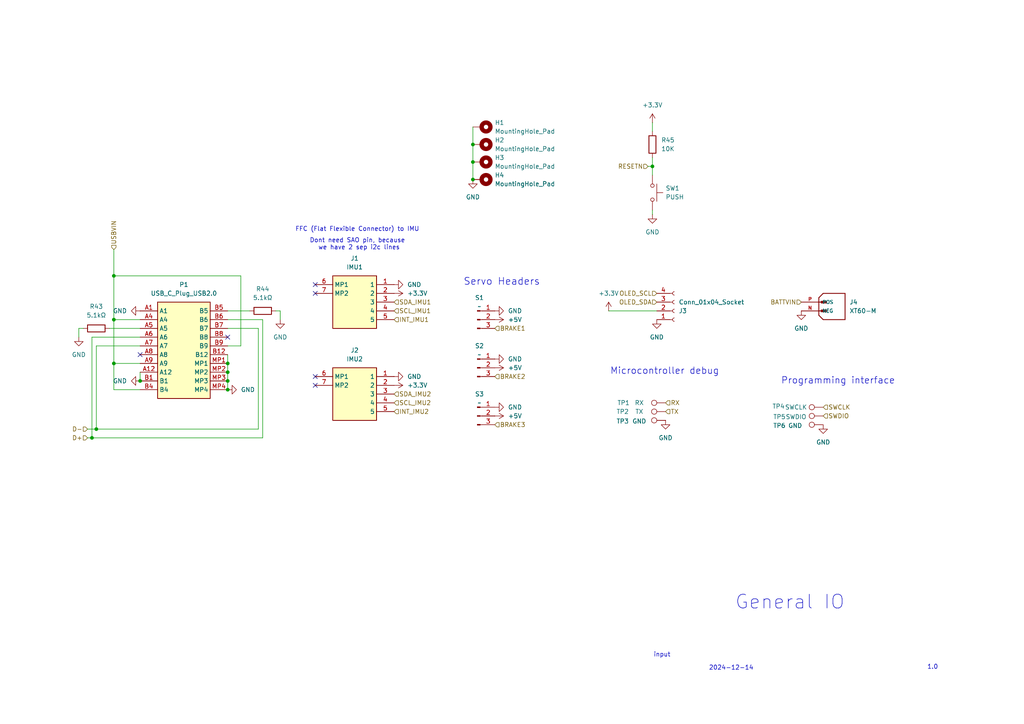
<source format=kicad_sch>
(kicad_sch (version 20231120) (generator "eeschema") (generator_version "8.0")
  (paper "A4")
  (lib_symbols
    (symbol "59453-052110ECHLF:59453-052110ECHLF"
      (property "Reference" "J" (at 19.05 7.62 0))
      (property "Value" "59453-052110ECHLF" (at 19.05 5.08 0))
      (symbol "59453-052110ECHLF_1_1"
        (rectangle (start 5.08 2.54) (end 17.78 -12.7) (stroke (width 0.254)) (fill (type background)))
        (pin passive line (at 22.86 0 180) (length 5.08) (name "1") (number "1"))
        (pin passive line (at 22.86 -2.54 180) (length 5.08) (name "2") (number "2"))
        (pin passive line (at 22.86 -5.08 180) (length 5.08) (name "3") (number "3"))
        (pin passive line (at 22.86 -7.62 180) (length 5.08) (name "4") (number "4"))
        (pin passive line (at 22.86 -10.16 180) (length 5.08) (name "5") (number "5"))
        (pin passive line (at 0 0 0) (length 5.08) (name "MP1") (number "6"))
        (pin passive line (at 0 -2.54 0) (length 5.08) (name "MP2") (number "7"))
      )
    )
    (symbol "Connector:Conn_01x03_Pin" (pin_names (offset 1.016) hide)
      (property "Reference" "J" (at 0 5.08 0))
      (property "Value" "Conn_01x03_Pin" (at 0 -5.08 0))
      (symbol "Conn_01x03_Pin_1_1"
        (polyline (pts (xy 1.27 -2.54) (xy 0.8636 -2.54)) (stroke (width 0.1524)))
        (polyline (pts (xy 1.27 0) (xy 0.8636 0)) (stroke (width 0.1524)))
        (polyline (pts (xy 1.27 2.54) (xy 0.8636 2.54)) (stroke (width 0.1524)))
        (rectangle (start 0.8636 -2.413) (end 0 -2.667) (stroke (width 0.1524)) (fill (type outline)))
        (rectangle (start 0.8636 0.127) (end 0 -0.127) (stroke (width 0.1524)) (fill (type outline)))
        (rectangle (start 0.8636 2.667) (end 0 2.413) (stroke (width 0.1524)) (fill (type outline)))
        (pin passive line (at 5.08 2.54 180) (length 3.81) (name "Pin_1") (number "1"))
        (pin passive line (at 5.08 0 180) (length 3.81) (name "Pin_2") (number "2"))
        (pin passive line (at 5.08 -2.54 180) (length 3.81) (name "Pin_3") (number "3"))
      )
    )
    (symbol "Connector:Conn_01x04_Socket" (pin_names (offset 1.016) hide)
      (property "Reference" "J" (at 0 5.08 0))
      (property "Value" "Conn_01x04_Socket" (at 0 -7.62 0))
      (symbol "Conn_01x04_Socket_1_1"
        (arc (start 0 -4.572) (mid -0.5058 -5.08) (end 0 -5.588) (stroke (width 0.1524)))
        (arc (start 0 -2.032) (mid -0.5058 -2.54) (end 0 -3.048) (stroke (width 0.1524)))
        (polyline (pts (xy -1.27 -5.08) (xy -0.508 -5.08)) (stroke (width 0.1524)))
        (polyline (pts (xy -1.27 -2.54) (xy -0.508 -2.54)) (stroke (width 0.1524)))
        (polyline (pts (xy -1.27 0) (xy -0.508 0)) (stroke (width 0.1524)))
        (polyline (pts (xy -1.27 2.54) (xy -0.508 2.54)) (stroke (width 0.1524)))
        (arc (start 0 0.508) (mid -0.5058 0) (end 0 -0.508) (stroke (width 0.1524)))
        (arc (start 0 3.048) (mid -0.5058 2.54) (end 0 2.032) (stroke (width 0.1524)))
        (pin passive line (at -5.08 2.54 0) (length 3.81) (name "Pin_1") (number "1"))
        (pin passive line (at -5.08 0 0) (length 3.81) (name "Pin_2") (number "2"))
        (pin passive line (at -5.08 -2.54 0) (length 3.81) (name "Pin_3") (number "3"))
        (pin passive line (at -5.08 -5.08 0) (length 3.81) (name "Pin_4") (number "4"))
      )
    )
    (symbol "Connector:TestPoint" (pin_numbers hide) (pin_names (offset 0.762) hide)
      (property "Reference" "TP" (at 0 6.858 0))
      (property "Value" "TestPoint" (at 0 5.08 0))
      (symbol "TestPoint_0_1"
        (circle (center 0 3.302) (radius 0.762))
      )
      (symbol "TestPoint_1_1"
        (pin passive line (at 0 0 90) (length 2.54) (name "1") (number "1"))
      )
    )
    (symbol "Device:R" (pin_numbers hide) (pin_names (offset 0))
      (property "Reference" "R" (at 2.032 0 90))
      (property "Value" "R" (at 0 0 90))
      (symbol "R_0_1"
        (rectangle (start -1.016 -2.54) (end 1.016 2.54) (stroke (width 0.254)))
      )
      (symbol "R_1_1"
        (pin passive line (at 0 3.81 270) (length 1.27) (name "~") (number "1"))
        (pin passive line (at 0 -3.81 90) (length 1.27) (name "~") (number "2"))
      )
    )
    (symbol "Mechanical:MountingHole_Pad" (pin_numbers hide) (pin_names (offset 1.016) hide) (exclude_from_sim yes) (in_bom no)
      (property "Reference" "H" (at 0 6.35 0))
      (property "Value" "MountingHole_Pad" (at 0 4.445 0))
      (symbol "MountingHole_Pad_0_1"
        (circle (center 0 1.27) (radius 1.27) (stroke (width 1.27)))
      )
      (symbol "MountingHole_Pad_1_1"
        (pin input line (at 0 -2.54 90) (length 2.54) (name "1") (number "1"))
      )
    )
    (symbol "Switch:SW_Push" (pin_numbers hide) (pin_names (offset 1.016) hide)
      (property "Reference" "SW" (at 1.27 2.54 0))
      (property "Value" "SW_Push" (at 0 -1.524 0))
      (symbol "SW_Push_0_1"
        (circle (center -2.032 0) (radius 0.508))
        (polyline (pts (xy 0 1.27) (xy 0 3.048)))
        (polyline (pts (xy 2.54 1.27) (xy -2.54 1.27)))
        (circle (center 2.032 0) (radius 0.508))
        (pin passive line (at -5.08 0 0) (length 2.54) (name "1") (number "1"))
        (pin passive line (at 5.08 0 180) (length 2.54) (name "2") (number "2"))
      )
    )
    (symbol "USB4110-GF-A:USB4110-GF-A"
      (property "Reference" "J" (at 21.59 7.62 0))
      (property "Value" "USB4110-GF-A" (at 21.59 5.08 0))
      (symbol "USB4110-GF-A_1_1"
        (rectangle (start 5.08 2.54) (end 20.32 -25.4) (stroke (width 0.254)) (fill (type background)))
        (pin passive line (at 0 0 0) (length 5.08) (name "A1") (number "A1"))
        (pin passive line (at 0 -17.78 0) (length 5.08) (name "A12") (number "A12"))
        (pin passive line (at 0 -2.54 0) (length 5.08) (name "A4") (number "A4"))
        (pin passive line (at 0 -5.08 0) (length 5.08) (name "A5") (number "A5"))
        (pin passive line (at 0 -7.62 0) (length 5.08) (name "A6") (number "A6"))
        (pin passive line (at 0 -10.16 0) (length 5.08) (name "A7") (number "A7"))
        (pin passive line (at 0 -12.7 0) (length 5.08) (name "A8") (number "A8"))
        (pin passive line (at 0 -15.24 0) (length 5.08) (name "A9") (number "A9"))
        (pin passive line (at 0 -20.32 0) (length 5.08) (name "B1") (number "B1"))
        (pin passive line (at 25.4 -12.7 180) (length 5.08) (name "B12") (number "B12"))
        (pin passive line (at 0 -22.86 0) (length 5.08) (name "B4") (number "B4"))
        (pin passive line (at 25.4 0 180) (length 5.08) (name "B5") (number "B5"))
        (pin passive line (at 25.4 -2.54 180) (length 5.08) (name "B6") (number "B6"))
        (pin passive line (at 25.4 -5.08 180) (length 5.08) (name "B7") (number "B7"))
        (pin passive line (at 25.4 -7.62 180) (length 5.08) (name "B8") (number "B8"))
        (pin passive line (at 25.4 -10.16 180) (length 5.08) (name "B9") (number "B9"))
        (pin passive line (at 25.4 -15.24 180) (length 5.08) (name "MP1") (number "MP1"))
        (pin passive line (at 25.4 -17.78 180) (length 5.08) (name "MP2") (number "MP2"))
        (pin passive line (at 25.4 -20.32 180) (length 5.08) (name "MP3") (number "MP3"))
        (pin passive line (at 25.4 -22.86 180) (length 5.08) (name "MP4") (number "MP4"))
      )
    )
    (symbol "XT60-M:XT60-M" (pin_names (offset 1.016))
      (property "Reference" "J" (at 0 6.35 0))
      (property "Value" "XT60-M" (at 0 -5.08 0))
      (symbol "XT60-M_0_0"
        (polyline (pts (xy 0 -1.27) (xy 1.27 -2.54)) (stroke (width 0.254)))
        (polyline (pts (xy 0 0) (xy 1.905 0)) (stroke (width 0.254)))
        (polyline (pts (xy 0 2.54) (xy 0 -1.27)) (stroke (width 0.254)))
        (polyline (pts (xy 0 2.54) (xy 1.905 2.54)) (stroke (width 0.254)))
        (polyline (pts (xy 0 3.81) (xy 0 2.54)) (stroke (width 0.254)))
        (polyline (pts (xy 0 3.81) (xy 1.27 5.08)) (stroke (width 0.254)))
        (polyline (pts (xy 1.27 -2.54) (xy 7.62 -2.54)) (stroke (width 0.254)))
        (polyline (pts (xy 7.62 -2.54) (xy 7.62 5.08)) (stroke (width 0.254)))
        (polyline (pts (xy 7.62 5.08) (xy 1.27 5.08)) (stroke (width 0.254)))
        (rectangle (start 0.635 -0.3175) (end 2.2225 0.3175) (stroke (width 0.1)) (fill (type outline)))
        (rectangle (start 0.635 2.2225) (end 2.2225 2.8575) (stroke (width 0.1)) (fill (type outline)))
        (pin passive line (at -5.08 0 0) (length 5.08) (name "NEG") (number "N"))
        (pin passive line (at -5.08 2.54 0) (length 5.08) (name "POS") (number "P"))
      )
    )
    (symbol "power:+3.3V" (power) (pin_numbers hide) (pin_names (offset 0) hide)
      (property "Value" "+3.3V" (at 0 3.556 0))
      (symbol "+3.3V_0_1"
        (polyline (pts (xy -0.762 1.27) (xy 0 2.54)))
        (polyline (pts (xy 0 0) (xy 0 2.54)))
        (polyline (pts (xy 0 2.54) (xy 0.762 1.27)))
      )
      (symbol "+3.3V_1_1"
        (pin power_in line (at 0 0 90) (length 0) (name "~") (number "1"))
      )
    )
    (symbol "power:+5V" (power) (pin_numbers hide) (pin_names (offset 0) hide)
      (property "Value" "+5V" (at 0 3.556 0))
      (symbol "+5V_0_1"
        (polyline (pts (xy -0.762 1.27) (xy 0 2.54)))
        (polyline (pts (xy 0 0) (xy 0 2.54)))
        (polyline (pts (xy 0 2.54) (xy 0.762 1.27)))
      )
      (symbol "+5V_1_1"
        (pin power_in line (at 0 0 90) (length 0) (name "~") (number "1"))
      )
    )
    (symbol "power:GND" (power) (pin_numbers hide) (pin_names (offset 0) hide)
      (property "Value" "GND" (at 0 -3.81 0))
      (symbol "GND_0_1"
        (polyline (pts (xy 0 0) (xy 0 -1.27) (xy 1.27 -1.27) (xy 0 -2.54) (xy -1.27 -1.27) (xy 0 -1.27)))
      )
      (symbol "GND_1_1"
        (pin power_in line (at 0 0 270) (length 0) (name "~") (number "1"))
      )
    )
  )
  (junction (at 137.16 41.91))
  (junction (at 40.64 110.49))
  (junction (at 189.23 48.26))
  (junction (at 66.04 105.41))
  (junction (at 26.67 127))
  (junction (at 66.04 110.49))
  (junction (at 33.02 80.01))
  (junction (at 137.16 52.07))
  (junction (at 137.16 46.99))
  (junction (at 33.02 92.71))
  (junction (at 66.04 113.03))
  (junction (at 27.94 124.46))
  (junction (at 33.02 105.41))
  (junction (at 66.04 107.95))
  (no_connect (at 91.44 109.22))
  (no_connect (at 91.44 111.76))
  (no_connect (at 91.44 85.09))
  (no_connect (at 40.64 102.87))
  (no_connect (at 91.44 82.55))
  (no_connect (at 66.04 97.79))
  (wire (pts (xy 66.04 102.87) (xy 66.04 105.41)))
  (wire (pts (xy 66.04 107.95) (xy 66.04 110.49)))
  (wire (pts (xy 176.53 90.17) (xy 190.5 90.17)))
  (wire (pts (xy 26.67 97.79) (xy 40.64 97.79)))
  (wire (pts (xy 27.94 124.46) (xy 74.93 124.46)))
  (wire (pts (xy 33.02 92.71) (xy 40.64 92.71)))
  (wire (pts (xy 66.04 100.33) (xy 69.85 100.33)))
  (wire (pts (xy 26.67 127) (xy 76.2 127)))
  (wire (pts (xy 189.23 35.56) (xy 189.23 38.1)))
  (wire (pts (xy 74.93 95.25) (xy 74.93 124.46)))
  (wire (pts (xy 69.85 80.01) (xy 33.02 80.01)))
  (wire (pts (xy 187.96 48.26) (xy 189.23 48.26)))
  (wire (pts (xy 25.4 127) (xy 26.67 127)))
  (wire (pts (xy 66.04 95.25) (xy 74.93 95.25)))
  (wire (pts (xy 189.23 60.96) (xy 189.23 62.23)))
  (wire (pts (xy 33.02 92.71) (xy 33.02 105.41)))
  (wire (pts (xy 66.04 90.17) (xy 72.39 90.17)))
  (wire (pts (xy 26.67 127) (xy 26.67 97.79)))
  (wire (pts (xy 27.94 124.46) (xy 27.94 100.33)))
  (wire (pts (xy 66.04 105.41) (xy 66.04 107.95)))
  (wire (pts (xy 137.16 36.83) (xy 137.16 41.91)))
  (wire (pts (xy 137.16 46.99) (xy 137.16 52.07)))
  (wire (pts (xy 22.86 95.25) (xy 22.86 97.79)))
  (wire (pts (xy 33.02 105.41) (xy 40.64 105.41)))
  (wire (pts (xy 189.23 48.26) (xy 189.23 50.8)))
  (wire (pts (xy 33.02 72.39) (xy 33.02 80.01)))
  (wire (pts (xy 33.02 80.01) (xy 33.02 92.71)))
  (wire (pts (xy 40.64 107.95) (xy 40.64 110.49)))
  (wire (pts (xy 69.85 100.33) (xy 69.85 80.01)))
  (wire (pts (xy 25.4 124.46) (xy 27.94 124.46)))
  (wire (pts (xy 66.04 92.71) (xy 76.2 92.71)))
  (wire (pts (xy 40.64 113.03) (xy 33.02 113.03)))
  (wire (pts (xy 31.75 95.25) (xy 40.64 95.25)))
  (wire (pts (xy 189.23 45.72) (xy 189.23 48.26)))
  (wire (pts (xy 80.01 90.17) (xy 81.28 90.17)))
  (wire (pts (xy 137.16 41.91) (xy 137.16 46.99)))
  (wire (pts (xy 76.2 92.71) (xy 76.2 127)))
  (wire (pts (xy 81.28 90.17) (xy 81.28 92.71)))
  (wire (pts (xy 27.94 100.33) (xy 40.64 100.33)))
  (wire (pts (xy 66.04 110.49) (xy 66.04 113.03)))
  (wire (pts (xy 24.13 95.25) (xy 22.86 95.25)))
  (wire (pts (xy 33.02 113.03) (xy 33.02 105.41)))
  (text "input\n" (at 192.024 189.992 0) (effects (font (size 1.27 1.27))))
  (text "Dont need SAO pin, because \nwe have 2 sep i2c lines" (at 104.14 70.866 0) (effects (font (size 1.27 1.27))))
  (text "General IO" (at 229.108 174.752 0) (effects (font (size 4 4))))
  (text "FFC (Flat Flexible Connector) to IMU" (at 103.632 66.548 0) (effects (font (size 1.27 1.27))))
  (text "Programming interface" (at 243.078 110.49 0) (effects (font (size 1.905 1.905))))
  (text "Microcontroller debug" (at 192.786 107.696 0) (effects (font (size 1.905 1.905))))
  (text "Servo Headers" (at 145.542 81.788 0) (effects (font (size 2.032 2.032))))
  (text "2024-12-14" (at 212.09 193.802 0) (effects (font (size 1.27 1.27))))
  (text "1.0" (at 270.51 193.548 0) (effects (font (size 1.27 1.27))))
  (hierarchical_label "RX" (shape input) (at 193.04 116.84 0))
  (hierarchical_label "OLED_SDA" (shape input) (at 190.5 87.63 180))
  (hierarchical_label "SDA_IMU2" (shape input) (at 114.3 114.3 0))
  (hierarchical_label "SCL_IMU2" (shape input) (at 114.3 116.84 0))
  (hierarchical_label "TX" (shape input) (at 193.04 119.38 0))
  (hierarchical_label "D+" (shape input) (at 25.4 127 180))
  (hierarchical_label "RESETN" (shape input) (at 187.96 48.26 180))
  (hierarchical_label "OLED_SCL" (shape input) (at 190.5 85.09 180))
  (hierarchical_label "INT_IMU2" (shape input) (at 114.3 119.38 0))
  (hierarchical_label "SWCLK" (shape input) (at 238.76 118.11 0))
  (hierarchical_label "BRAKE2" (shape input) (at 143.51 109.22 0))
  (hierarchical_label "BRAKE1" (shape input) (at 143.51 95.25 0))
  (hierarchical_label "BATTVIN" (shape input) (at 232.41 87.63 180))
  (hierarchical_label "SCL_IMU1" (shape input) (at 114.3 90.17 0))
  (hierarchical_label "D-" (shape input) (at 25.4 124.46 180))
  (hierarchical_label "SWDIO" (shape input) (at 238.76 120.65 0))
  (hierarchical_label "BRAKE3" (shape input) (at 143.51 123.19 0))
  (hierarchical_label "USBVIN" (shape input) (at 33.02 72.39 90))
  (hierarchical_label "SDA_IMU1" (shape input) (at 114.3 87.63 0))
  (hierarchical_label "INT_IMU1" (shape input) (at 114.3 92.71 0))
  (symbol (lib_id "Connector:Conn_01x03_Pin") (at 138.43 120.65 0) (unit 1)
    (property "Reference" "S3" (at 139.065 114.3 0))
    (property "Value" "~" (at 139.065 116.84 0))
    (property "Footprint" "Connector_PinHeader_2.54mm:PinHeader_1x03_P2.54mm_Vertical" (effects (hide yes)))
    (property "Description" "Generic connector, single row, 01x03, script generated" (effects (hide yes)))
  )
  (symbol (lib_id "Connector:TestPoint") (at 238.76 123.19 90) (mirror x) (unit 1)
    (property "Reference" "TP6" (at 226.06 123.444 90))
    (property "Value" "GND" (at 230.632 123.444 90))
    (property "Footprint" "TestPoint:TestPoint_Pad_D1.5mm" (effects (hide yes)))
    (property "Description" "test point" (effects (hide yes)))
  )
  (symbol (lib_id "power:+5V") (at 143.51 92.71 270) (unit 1)
    (property "Reference" "#PWR076" (effects (hide yes)))
    (property "Value" "+5V" (at 147.32 92.7099 90) (effects (justify left)))
    (property "Description" "Power symbol creates a global label with name \"+5V\"" (effects (hide yes)))
  )
  (symbol (lib_id "power:+3.3V") (at 189.23 35.56 0) (unit 1)
    (property "Reference" "#PWR082" (effects (hide yes)))
    (property "Value" "+3.3V" (at 189.23 30.48 0))
    (property "Description" "Power symbol creates a global label with name \"+3.3V\"" (effects (hide yes)))
  )
  (symbol (lib_id "Switch:SW_Push") (at 189.23 55.88 270) (unit 1)
    (property "Reference" "SW1" (at 193.04 54.6099 90) (effects (justify left)))
    (property "Value" "PUSH" (at 193.04 57.1499 90) (effects (justify left)))
    (property "Footprint" "Button_Switch_THT:SW_PUSH_6mm" (effects (hide yes)))
    (property "Description" "Push button switch, generic, two pins" (effects (hide yes)))
  )
  (symbol (lib_id "power:GND") (at 81.28 92.71 0) (unit 1)
    (property "Reference" "#PWR069" (effects (hide yes)))
    (property "Value" "GND" (at 81.28 97.79 0))
    (property "Description" "Power symbol creates a global label with name \"GND\" , ground" (effects (hide yes)))
  )
  (symbol (lib_id "Connector:TestPoint") (at 193.04 121.92 90) (mirror x) (unit 1)
    (property "Reference" "TP3" (at 180.594 122.174 90))
    (property "Value" "GND" (at 185.42 122.174 90))
    (property "Footprint" "TestPoint:TestPoint_Pad_D1.5mm" (effects (hide yes)))
    (property "Description" "test point" (effects (hide yes)))
  )
  (symbol (lib_id "59453-052110ECHLF:59453-052110ECHLF") (at 91.44 109.22 0) (unit 1)
    (property "Reference" "J2" (at 102.87 101.6 0))
    (property "Value" "IMU2" (at 102.87 104.14 0))
    (property "Footprint" "kuben-footprints:59453052110ECHLF" (effects (hide yes)))
    (property "Datasheet" "https://cdn.amphenol-cs.com/media/wysiwyg/files/drawing/59453-0_2110echlf.pdf" (effects (hide yes)))
    (property "Description" "0.50mm Flex Connectors, FPC/FFC Side Entry ZIF Connector, Surface Mount, 5 Positions, Top Contact, 0.50mm (0.020in) Pitch." (effects (hide yes)))
    (property "Height" "1" (effects (hide yes)))
    (property "Manufacturer_Name" "Amphenol Communications Solutions" (effects (hide yes)))
    (property "Manufacturer_Part_Number" "59453-052110ECHLF" (effects (hide yes)))
  )
  (symbol (lib_id "Mechanical:MountingHole_Pad") (at 139.7 52.07 270) (unit 1) (exclude_from_sim yes) (in_bom no)
    (property "Reference" "H4" (at 143.51 50.7999 90) (effects (justify left)))
    (property "Value" "MountingHole_Pad" (at 143.51 53.3399 90) (effects (justify left)))
    (property "Footprint" "MountingHole:MountingHole_3.2mm_M3_DIN965_Pad" (effects (hide yes)))
    (property "Description" "Mounting Hole with connection" (effects (hide yes)))
  )
  (symbol (lib_id "Mechanical:MountingHole_Pad") (at 139.7 36.83 270) (unit 1) (exclude_from_sim yes) (in_bom no)
    (property "Reference" "H1" (at 143.51 35.5599 90) (effects (justify left)))
    (property "Value" "MountingHole_Pad" (at 143.51 38.0999 90) (effects (justify left)))
    (property "Footprint" "MountingHole:MountingHole_3.2mm_M3_DIN965_Pad" (effects (hide yes)))
    (property "Description" "Mounting Hole with connection" (effects (hide yes)))
  )
  (symbol (lib_id "power:GND") (at 137.16 52.07 0) (unit 1)
    (property "Reference" "#PWR074" (effects (hide yes)))
    (property "Value" "GND" (at 137.16 57.15 0))
    (property "Description" "Power symbol creates a global label with name \"GND\" , ground" (effects (hide yes)))
  )
  (symbol (lib_id "power:GND") (at 143.51 90.17 90) (unit 1)
    (property "Reference" "#PWR075" (effects (hide yes)))
    (property "Value" "GND" (at 147.32 90.1699 90) (effects (justify right)))
    (property "Description" "Power symbol creates a global label with name \"GND\" , ground" (effects (hide yes)))
  )
  (symbol (lib_id "Device:R") (at 189.23 41.91 0) (unit 1)
    (property "Reference" "R45" (at 191.77 40.6399 0) (effects (justify left)))
    (property "Value" "10K" (at 191.77 43.1799 0) (effects (justify left)))
    (property "Footprint" "Resistor_SMD:R_0603_1608Metric" (effects (hide yes)))
    (property "Description" "Resistor" (effects (hide yes)))
  )
  (symbol (lib_id "power:+5V") (at 143.51 106.68 270) (unit 1)
    (property "Reference" "#PWR078" (effects (hide yes)))
    (property "Value" "+5V" (at 147.32 106.6799 90) (effects (justify left)))
    (property "Description" "Power symbol creates a global label with name \"+5V\"" (effects (hide yes)))
  )
  (symbol (lib_id "USB4110-GF-A:USB4110-GF-A") (at 40.64 90.17 0) (unit 1)
    (property "Reference" "P1" (at 53.34 82.55 0))
    (property "Value" "USB_C_Plug_USB2.0" (at 53.34 85.09 0))
    (property "Footprint" "kuben-footprints:USB4110GFA" (effects (hide yes)))
    (property "Datasheet" "https://gct.co/files/drawings/usb4110.pdf" (effects (hide yes)))
    (property "Description" "CONN USB 2.0 TYPE-C R/A SMT" (effects (hide yes)))
    (property "Height" "3.26" (effects (hide yes)))
    (property "Mouser Part Number" "640-USB4110-GF-A" (effects (hide yes)))
    (property "Mouser Price/Stock" "https://www.mouser.co.uk/ProductDetail/GCT/USB4110-GF-A?qs=KUoIvG%2F9IlYiZvIXQjyJeA%3D%3D" (effects (hide yes)))
    (property "Manufacturer_Name" "GCT (GLOBAL CONNECTOR TECHNOLOGY)" (effects (hide yes)))
    (property "Manufacturer_Part_Number" "USB4110-GF-A" (effects (hide yes)))
  )
  (symbol (lib_id "power:GND") (at 114.3 109.22 90) (unit 1)
    (property "Reference" "#PWR072" (effects (hide yes)))
    (property "Value" "GND" (at 118.11 109.2199 90) (effects (justify right)))
    (property "Description" "Power symbol creates a global label with name \"GND\" , ground" (effects (hide yes)))
  )
  (symbol (lib_id "power:GND") (at 193.04 121.92 0) (unit 1)
    (property "Reference" "#PWR085" (effects (hide yes)))
    (property "Value" "GND" (at 193.04 127 0))
    (property "Description" "Power symbol creates a global label with name \"GND\" , ground" (effects (hide yes)))
  )
  (symbol (lib_id "power:GND") (at 190.5 92.71 0) (unit 1)
    (property "Reference" "#PWR084" (effects (hide yes)))
    (property "Value" "GND" (at 190.5 97.79 0))
    (property "Description" "Power symbol creates a global label with name \"GND\" , ground" (effects (hide yes)))
  )
  (symbol (lib_id "power:GND") (at 66.04 113.03 90) (unit 1)
    (property "Reference" "#PWR068" (effects (hide yes)))
    (property "Value" "GND" (at 69.85 113.0299 90) (effects (justify right)))
    (property "Description" "Power symbol creates a global label with name \"GND\" , ground" (effects (hide yes)))
  )
  (symbol (lib_id "power:GND") (at 143.51 118.11 90) (unit 1)
    (property "Reference" "#PWR079" (effects (hide yes)))
    (property "Value" "GND" (at 147.32 118.1099 90) (effects (justify right)))
    (property "Description" "Power symbol creates a global label with name \"GND\" , ground" (effects (hide yes)))
  )
  (symbol (lib_id "power:+5V") (at 143.51 120.65 270) (unit 1)
    (property "Reference" "#PWR080" (effects (hide yes)))
    (property "Value" "+5V" (at 147.32 120.6499 90) (effects (justify left)))
    (property "Description" "Power symbol creates a global label with name \"+5V\"" (effects (hide yes)))
  )
  (symbol (lib_id "power:GND") (at 143.51 104.14 90) (unit 1)
    (property "Reference" "#PWR077" (effects (hide yes)))
    (property "Value" "GND" (at 147.32 104.1399 90) (effects (justify right)))
    (property "Description" "Power symbol creates a global label with name \"GND\" , ground" (effects (hide yes)))
  )
  (symbol (lib_id "Device:R") (at 76.2 90.17 270) (unit 1)
    (property "Reference" "R44" (at 76.2 83.82 90))
    (property "Value" "5.1kΩ" (at 76.2 86.36 90))
    (property "Footprint" "Resistor_SMD:R_0603_1608Metric" (effects (hide yes)))
    (property "Description" "Resistor" (effects (hide yes)))
  )
  (symbol (lib_id "power:GND") (at 232.41 90.17 0) (unit 1)
    (property "Reference" "#PWR086" (effects (hide yes)))
    (property "Value" "GND" (at 232.41 95.25 0))
    (property "Description" "Power symbol creates a global label with name \"GND\" , ground" (effects (hide yes)))
  )
  (symbol (lib_id "Connector:TestPoint") (at 238.76 118.11 90) (unit 1)
    (property "Reference" "TP4" (at 225.806 117.856 90))
    (property "Value" "SWCLK" (at 230.886 118.11 90))
    (property "Footprint" "TestPoint:TestPoint_Pad_D1.5mm" (effects (hide yes)))
    (property "Description" "test point" (effects (hide yes)))
  )
  (symbol (lib_id "Connector:Conn_01x03_Pin") (at 138.43 92.71 0) (unit 1)
    (property "Reference" "S1" (at 139.065 86.36 0))
    (property "Value" "~" (at 139.065 88.9 0))
    (property "Footprint" "Connector_PinHeader_2.54mm:PinHeader_1x03_P2.54mm_Vertical" (effects (hide yes)))
    (property "Description" "Generic connector, single row, 01x03, script generated" (effects (hide yes)))
  )
  (symbol (lib_id "Connector:TestPoint") (at 238.76 120.65 90) (mirror x) (unit 1)
    (property "Reference" "TP5" (at 226.06 120.904 90))
    (property "Value" "SWDIO" (at 230.886 120.904 90))
    (property "Footprint" "TestPoint:TestPoint_Pad_D1.5mm" (effects (hide yes)))
    (property "Description" "test point" (effects (hide yes)))
  )
  (symbol (lib_id "Mechanical:MountingHole_Pad") (at 139.7 41.91 270) (unit 1) (exclude_from_sim yes) (in_bom no)
    (property "Reference" "H2" (at 143.51 40.6399 90) (effects (justify left)))
    (property "Value" "MountingHole_Pad" (at 143.51 43.1799 90) (effects (justify left)))
    (property "Footprint" "MountingHole:MountingHole_3.2mm_M3_DIN965_Pad" (effects (hide yes)))
    (property "Description" "Mounting Hole with connection" (effects (hide yes)))
  )
  (symbol (lib_id "power:GND") (at 238.76 123.19 0) (unit 1)
    (property "Reference" "#PWR087" (effects (hide yes)))
    (property "Value" "GND" (at 238.76 128.27 0))
    (property "Description" "Power symbol creates a global label with name \"GND\" , ground" (effects (hide yes)))
  )
  (symbol (lib_id "59453-052110ECHLF:59453-052110ECHLF") (at 91.44 82.55 0) (unit 1)
    (property "Reference" "J1" (at 102.87 74.93 0))
    (property "Value" "IMU1" (at 102.87 77.47 0))
    (property "Footprint" "kuben-footprints:59453052110ECHLF" (effects (hide yes)))
    (property "Datasheet" "https://cdn.amphenol-cs.com/media/wysiwyg/files/drawing/59453-0_2110echlf.pdf" (effects (hide yes)))
    (property "Description" "0.50mm Flex Connectors, FPC/FFC Side Entry ZIF Connector, Surface Mount, 5 Positions, Top Contact, 0.50mm (0.020in) Pitch." (effects (hide yes)))
    (property "Height" "1" (effects (hide yes)))
    (property "Manufacturer_Name" "Amphenol Communications Solutions" (effects (hide yes)))
    (property "Manufacturer_Part_Number" "59453-052110ECHLF" (effects (hide yes)))
  )
  (symbol (lib_id "Connector:TestPoint") (at 193.04 119.38 90) (mirror x) (unit 1)
    (property "Reference" "TP2" (at 180.594 119.38 90))
    (property "Value" "TX" (at 185.42 119.38 90))
    (property "Footprint" "TestPoint:TestPoint_Pad_D1.5mm" (effects (hide yes)))
    (property "Description" "test point" (effects (hide yes)))
  )
  (symbol (lib_id "Mechanical:MountingHole_Pad") (at 139.7 46.99 270) (unit 1) (exclude_from_sim yes) (in_bom no)
    (property "Reference" "H3" (at 143.51 45.7199 90) (effects (justify left)))
    (property "Value" "MountingHole_Pad" (at 143.51 48.2599 90) (effects (justify left)))
    (property "Footprint" "MountingHole:MountingHole_3.2mm_M3_DIN965_Pad" (effects (hide yes)))
    (property "Description" "Mounting Hole with connection" (effects (hide yes)))
  )
  (symbol (lib_id "power:GND") (at 189.23 62.23 0) (unit 1)
    (property "Reference" "#PWR083" (effects (hide yes)))
    (property "Value" "GND" (at 189.23 67.31 0))
    (property "Description" "Power symbol creates a global label with name \"GND\" , ground" (effects (hide yes)))
  )
  (symbol (lib_id "power:+3.3V") (at 114.3 111.76 270) (unit 1)
    (property "Reference" "#PWR073" (effects (hide yes)))
    (property "Value" "+3.3V" (at 118.11 111.7599 90) (effects (justify left)))
    (property "Description" "Power symbol creates a global label with name \"+3.3V\"" (effects (hide yes)))
  )
  (symbol (lib_id "Device:R") (at 27.94 95.25 270) (unit 1)
    (property "Reference" "R43" (at 27.94 88.9 90))
    (property "Value" "5.1kΩ" (at 27.94 91.44 90))
    (property "Footprint" "Resistor_SMD:R_0603_1608Metric" (effects (hide yes)))
    (property "Description" "Resistor" (effects (hide yes)))
  )
  (symbol (lib_id "Connector:Conn_01x03_Pin") (at 138.43 106.68 0) (unit 1)
    (property "Reference" "S2" (at 139.065 100.33 0))
    (property "Value" "~" (at 139.065 102.87 0))
    (property "Footprint" "Connector_PinHeader_2.54mm:PinHeader_1x03_P2.54mm_Vertical" (effects (hide yes)))
    (property "Description" "Generic connector, single row, 01x03, script generated" (effects (hide yes)))
  )
  (symbol (lib_id "power:GND") (at 114.3 82.55 90) (unit 1)
    (property "Reference" "#PWR070" (effects (hide yes)))
    (property "Value" "GND" (at 118.11 82.5499 90) (effects (justify right)))
    (property "Description" "Power symbol creates a global label with name \"GND\" , ground" (effects (hide yes)))
  )
  (symbol (lib_id "power:GND") (at 40.64 110.49 270) (unit 1)
    (property "Reference" "#PWR067" (effects (hide yes)))
    (property "Value" "GND" (at 36.83 110.4899 90) (effects (justify right)))
    (property "Description" "Power symbol creates a global label with name \"GND\" , ground" (effects (hide yes)))
  )
  (symbol (lib_id "XT60-M:XT60-M") (at 237.49 90.17 0) (unit 1)
    (property "Reference" "J4" (at 246.38 87.6299 0) (effects (justify left)))
    (property "Value" "XT60-M" (at 246.38 90.1699 0) (effects (justify left)))
    (property "Footprint" "kuben-footprints:AMASS_XT60-M" (effects (hide yes)))
    (property "MF" "AMASS" (effects (hide yes)))
    (property "MAXIMUM_PACKAGE_HEIGHT" "16.00 mm" (effects (hide yes)))
    (property "Package" "Package" (effects (hide yes)))
    (property "Price" "None" (effects (hide yes)))
    (property "Check_prices" "https://www.snapeda.com/parts/XT60-M/AMASS/view-part/?ref=eda" (effects (hide yes)))
    (property "STANDARD" "IPC 7351B" (effects (hide yes)))
    (property "PARTREV" "V1.2" (effects (hide yes)))
    (property "SnapEDA_Link" "https://www.snapeda.com/parts/XT60-M/AMASS/view-part/?ref=snap" (effects (hide yes)))
    (property "MP" "XT60-M" (effects (hide yes)))
    (property "Description_1" "\n                        \n                            Plug; DC supply; XT60; male; PIN: 2; for cable; soldered; 30A; 500V\n                        \n" (effects (hide yes)))
    (property "Availability" "Not in stock" (effects (hide yes)))
    (property "MANUFACTURER" "AMASS" (effects (hide yes)))
  )
  (symbol (lib_id "power:GND") (at 40.64 90.17 270) (unit 1)
    (property "Reference" "#PWR066" (effects (hide yes)))
    (property "Value" "GND" (at 36.83 90.1699 90) (effects (justify right)))
    (property "Description" "Power symbol creates a global label with name \"GND\" , ground" (effects (hide yes)))
  )
  (symbol (lib_id "power:+3.3V") (at 176.53 90.17 0) (unit 1)
    (property "Reference" "#PWR081" (effects (hide yes)))
    (property "Value" "+3.3V" (at 176.53 85.09 0))
    (property "Description" "Power symbol creates a global label with name \"+3.3V\"" (effects (hide yes)))
  )
  (symbol (lib_id "Connector:Conn_01x04_Socket") (at 195.58 90.17 0) (mirror x) (unit 1)
    (property "Reference" "J3" (at 196.85 90.1701 0) (effects (justify left)))
    (property "Value" "Conn_01x04_Socket" (at 196.85 87.6301 0) (effects (justify left)))
    (property "Footprint" "Connector_PinSocket_2.54mm:PinSocket_1x04_P2.54mm_Vertical" (effects (hide yes)))
    (property "Description" "Generic connector, single row, 01x04, script generated" (effects (hide yes)))
  )
  (symbol (lib_id "Connector:TestPoint") (at 193.04 116.84 90) (unit 1)
    (property "Reference" "TP1" (at 180.848 116.84 90))
    (property "Value" "RX" (at 185.42 116.84 90))
    (property "Footprint" "TestPoint:TestPoint_Pad_D1.5mm" (effects (hide yes)))
    (property "Description" "test point" (effects (hide yes)))
  )
  (symbol (lib_id "power:GND") (at 22.86 97.79 0) (unit 1)
    (property "Reference" "#PWR065" (effects (hide yes)))
    (property "Value" "GND" (at 22.86 102.87 0))
    (property "Description" "Power symbol creates a global label with name \"GND\" , ground" (effects (hide yes)))
  )
  (symbol (lib_id "power:+3.3V") (at 114.3 85.09 270) (unit 1)
    (property "Reference" "#PWR071" (effects (hide yes)))
    (property "Value" "+3.3V" (at 118.11 85.0899 90) (effects (justify left)))
    (property "Description" "Power symbol creates a global label with name \"+3.3V\"" (effects (hide yes)))
  )
)
</source>
